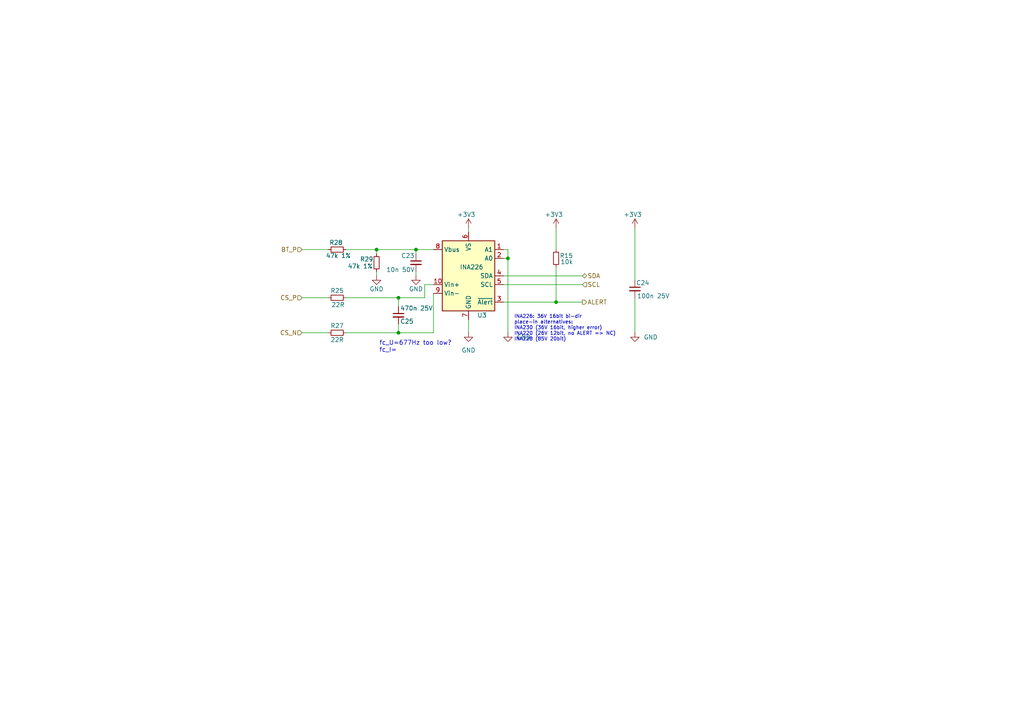
<source format=kicad_sch>
(kicad_sch (version 20250114) (generator "eeschema") (generator_version "9.0")
  (paper "A4")
  (lib_symbols
    (symbol "Device:C_Small" (pin_numbers (hide yes)) (pin_names (offset 0.254) (hide yes))
      (property "Reference" "C" (at 0.254 1.778 0))
      (property "Value" "C_Small" (at 0.254 -2.032 0))
      (symbol "C_Small_0_1"
        (polyline (pts (xy -1.524 0.508) (xy 1.524 0.508)) (stroke (width 0.3048)))
        (polyline (pts (xy -1.524 -0.508) (xy 1.524 -0.508)) (stroke (width 0.3302)))
      )
      (symbol "C_Small_1_1"
        (pin passive line (at 0 2.54 270) (length 2.032) (name "~") (number "1"))
        (pin passive line (at 0 -2.54 90) (length 2.032) (name "~") (number "2"))
      )
    )
    (symbol "Device:R_Small" (pin_numbers (hide yes)) (pin_names (offset 0.254) (hide yes))
      (property "Reference" "R" (at 0 0 90))
      (property "Value" "R_Small" (at 1.778 0 90))
      (symbol "R_Small_0_1"
        (rectangle (start -0.762 1.778) (end 0.762 -1.778) (stroke (width 0.2032)))
      )
      (symbol "R_Small_1_1"
        (pin passive line (at 0 2.54 270) (length 0.762) (name "~") (number "1"))
        (pin passive line (at 0 -2.54 90) (length 0.762) (name "~") (number "2"))
      )
    )
    (symbol "Sensor_Energy:INA226"
      (property "Reference" "U" (at -6.35 11.43 0))
      (property "Value" "INA226" (at 3.81 11.43 0))
      (symbol "INA226_0_1"
        (rectangle (start 7.62 10.16) (end -7.62 -10.16) (stroke (width 0.254)) (fill (type background)))
      )
      (symbol "INA226_1_1"
        (pin input line (at -10.16 7.62 0) (length 2.54) (name "Vbus") (number "8"))
        (pin input line (at -10.16 -2.54 0) (length 2.54) (name "Vin+") (number "10"))
        (pin input line (at -10.16 -5.08 0) (length 2.54) (name "Vin-") (number "9"))
        (pin power_in line (at 0 12.7 270) (length 2.54) (name "VS") (number "6"))
        (pin power_in line (at 0 -12.7 90) (length 2.54) (name "GND") (number "7"))
        (pin input line (at 10.16 7.62 180) (length 2.54) (name "A1") (number "1"))
        (pin input line (at 10.16 5.08 180) (length 2.54) (name "A0") (number "2"))
        (pin bidirectional line (at 10.16 0 180) (length 2.54) (name "SDA") (number "4"))
        (pin input line (at 10.16 -2.54 180) (length 2.54) (name "SCL") (number "5"))
        (pin open_collector line (at 10.16 -7.62 180) (length 2.54) (name "~{Alert}") (number "3"))
      )
    )
    (symbol "power:+3.3V" (power) (pin_names (offset 0))
      (property "Value" "+3.3V" (at 0 3.556 0))
      (symbol "+3.3V_0_1"
        (polyline (pts (xy -0.762 1.27) (xy 0 2.54)))
        (polyline (pts (xy 0 2.54) (xy 0.762 1.27)))
        (polyline (pts (xy 0 0) (xy 0 2.54)))
      )
      (symbol "+3.3V_1_1"
        (pin power_in line (at 0 0 90) (length 0) (hide yes) (name "+3.3V") (number "1"))
      )
    )
    (symbol "power:GND" (power) (pin_numbers (hide yes)) (pin_names (offset 0) (hide yes))
      (property "Value" "GND" (at 0 -3.81 0))
      (symbol "GND_0_1"
        (polyline (pts (xy 0 0) (xy 0 -1.27) (xy 1.27 -1.27) (xy 0 -2.54) (xy -1.27 -1.27) (xy 0 -1.27)))
      )
      (symbol "GND_1_1"
        (pin power_in line (at 0 0 270) (length 0) (name "~") (number "1"))
      )
    )
  )
  (text "INA226: 36V 16bit bi-dir\nplace-in alternatives:\nINA230 (36V 16bit, higher error)\nINA220 (26V 12bit, no ALERT => NC)\nINA228 (85V 20bit)\n" (at 149.098 99.06 0) (effects (font (size 1.016 1.016)) (justify left bottom)))
  (text "fc_U=677Hz too low?\nfc_I=" (at 109.982 102.362 0) (effects (font (size 1.27 1.27)) (justify left bottom)))
  (junction (at 109.22 72.39))
  (junction (at 115.57 96.52))
  (junction (at 120.65 72.39))
  (junction (at 115.57 86.36))
  (junction (at 161.29 87.63))
  (junction (at 147.32 74.93))
  (wire (pts (xy 184.15 66.04) (xy 184.15 81.28)))
  (wire (pts (xy 147.32 72.39) (xy 147.32 74.93)))
  (wire (pts (xy 161.29 77.47) (xy 161.29 87.63)))
  (wire (pts (xy 147.32 72.39) (xy 146.05 72.39)))
  (wire (pts (xy 125.73 96.52) (xy 125.73 85.09)))
  (wire (pts (xy 120.65 78.74) (xy 120.65 80.01)))
  (wire (pts (xy 123.19 82.55) (xy 123.19 86.36)))
  (wire (pts (xy 146.05 80.01) (xy 168.91 80.01)))
  (wire (pts (xy 100.33 72.39) (xy 109.22 72.39)))
  (wire (pts (xy 147.32 96.52) (xy 147.32 74.93)))
  (wire (pts (xy 87.63 96.52) (xy 95.25 96.52)))
  (wire (pts (xy 135.89 66.04) (xy 135.89 67.31)))
  (wire (pts (xy 146.05 87.63) (xy 161.29 87.63)))
  (wire (pts (xy 115.57 86.36) (xy 115.57 88.9)))
  (wire (pts (xy 115.57 86.36) (xy 100.33 86.36)))
  (wire (pts (xy 109.22 78.74) (xy 109.22 80.01)))
  (wire (pts (xy 147.32 74.93) (xy 146.05 74.93)))
  (wire (pts (xy 100.33 96.52) (xy 115.57 96.52)))
  (wire (pts (xy 120.65 72.39) (xy 125.73 72.39)))
  (wire (pts (xy 109.22 72.39) (xy 120.65 72.39)))
  (wire (pts (xy 115.57 96.52) (xy 125.73 96.52)))
  (wire (pts (xy 87.63 86.36) (xy 95.25 86.36)))
  (wire (pts (xy 161.29 66.04) (xy 161.29 72.39)))
  (wire (pts (xy 161.29 87.63) (xy 168.91 87.63)))
  (wire (pts (xy 115.57 93.98) (xy 115.57 96.52)))
  (wire (pts (xy 123.19 82.55) (xy 125.73 82.55)))
  (wire (pts (xy 87.63 72.39) (xy 95.25 72.39)))
  (wire (pts (xy 146.05 82.55) (xy 168.91 82.55)))
  (wire (pts (xy 184.15 86.36) (xy 184.15 96.52)))
  (wire (pts (xy 109.22 73.66) (xy 109.22 72.39)))
  (wire (pts (xy 123.19 86.36) (xy 115.57 86.36)))
  (wire (pts (xy 120.65 73.66) (xy 120.65 72.39)))
  (wire (pts (xy 135.89 96.52) (xy 135.89 92.71)))
  (hierarchical_label "ALERT" (shape output) (at 168.91 87.63 0))
  (hierarchical_label "CS_N" (shape input) (at 87.63 96.52 180))
  (hierarchical_label "SCL" (shape input) (at 168.91 82.55 0))
  (hierarchical_label "CS_P" (shape input) (at 87.63 86.36 180))
  (hierarchical_label "BT_P" (shape input) (at 87.63 72.39 180))
  (hierarchical_label "SDA" (shape bidirectional) (at 168.91 80.01 0))
  (symbol (lib_id "power:GND") (at 120.65 80.01 0) (unit 1)
    (property "Reference" "#PWR049" (effects (hide yes)))
    (property "Value" "GND" (at 120.65 83.82 0))
    (property "Description" "Power symbol creates a global label with name \"GND\" , ground" (effects (hide yes)))
  )
  (symbol (lib_id "Device:R_Small") (at 97.79 86.36 270) (unit 1)
    (property "Reference" "R25" (at 97.79 84.328 90))
    (property "Value" "22R" (at 98.044 88.392 90))
    (property "Footprint" "Resistor_SMD:R_0805_2012Metric" (effects (hide yes)))
    (property "Description" "Resistor, small symbol" (effects (hide yes)))
    (property "MPN" "22" (effects (hide yes)))
    (property "Desc" "CS_FILT" (effects (hide yes)))
  )
  (symbol (lib_id "Device:R_Small") (at 97.79 96.52 270) (unit 1)
    (property "Reference" "R27" (at 97.79 94.488 90))
    (property "Value" "22R" (at 97.79 98.552 90))
    (property "Footprint" "Resistor_SMD:R_0805_2012Metric" (effects (hide yes)))
    (property "Description" "Resistor, small symbol" (effects (hide yes)))
    (property "MPN" "22" (effects (hide yes)))
    (property "Desc" "CS_FILT" (effects (hide yes)))
  )
  (symbol (lib_id "Device:R_Small") (at 161.29 74.93 180) (unit 1)
    (property "Reference" "R15" (at 162.306 74.168 0) (effects (justify right)))
    (property "Value" "10k" (at 162.56 75.946 0) (effects (justify right)))
    (property "Footprint" "Resistor_SMD:R_0805_2012Metric" (effects (hide yes)))
    (property "Description" "Resistor, small symbol" (effects (hide yes)))
    (property "MPN" "10k" (effects (hide yes)))
  )
  (symbol (lib_id "power:+3.3V") (at 135.89 66.04 0) (unit 1)
    (property "Reference" "#PWR023" (effects (hide yes)))
    (property "Value" "+3V3" (at 132.588 62.23 0) (effects (justify left)))
  )
  (symbol (lib_id "Device:C_Small") (at 115.57 91.44 0) (unit 1)
    (property "Reference" "C25" (at 116.078 93.218 0) (effects (justify left)))
    (property "Value" "470n 25V" (at 116.078 89.408 0) (effects (justify left)))
    (property "Footprint" "Capacitor_SMD:C_0805_2012Metric" (effects (hide yes)))
    (property "MPN" "470nF, 25V" (effects (hide yes)))
    (property "Desc" "CS_Filt" (effects (hide yes)))
  )
  (symbol (lib_id "Device:R_Small") (at 109.22 76.2 180) (unit 1)
    (property "Reference" "R29" (at 104.394 75.184 0) (effects (justify right)))
    (property "Value" "47k 1%" (at 100.838 77.216 0) (effects (justify right)))
    (property "Footprint" "Resistor_SMD:R_0805_2012Metric" (effects (hide yes)))
    (property "Description" "Resistor, small symbol" (effects (hide yes)))
    (property "MPN" "47k 1%" (effects (hide yes)))
  )
  (symbol (lib_id "Device:C_Small") (at 120.65 76.2 0) (unit 1)
    (property "Reference" "C23" (at 116.332 74.168 0) (effects (justify left)))
    (property "Value" "10n 50V" (at 112.014 78.232 0) (effects (justify left)))
    (property "Footprint" "Capacitor_SMD:C_0805_2012Metric" (effects (hide yes)))
    (property "MPN" "10nF, 50V" (effects (hide yes)))
    (property "Desc" "VS_Filt" (effects (hide yes)))
  )
  (symbol (lib_id "power:GND") (at 147.32 96.52 0) (unit 1)
    (property "Reference" "#PWR07" (effects (hide yes)))
    (property "Value" "GND" (at 149.86 97.79 0) (effects (justify left)))
    (property "Description" "Power symbol creates a global label with name \"GND\" , ground" (effects (hide yes)))
  )
  (symbol (lib_id "Device:C_Small") (at 184.15 83.82 0) (unit 1)
    (property "Reference" "C24" (at 186.436 82.042 0))
    (property "Value" "100n 25V" (at 189.484 85.852 0))
    (property "Footprint" "Capacitor_SMD:C_0805_2012Metric" (effects (hide yes)))
    (property "Datasheet" "CL21F104ZBCNNNC" (effects (hide yes)))
    (property "MPN" "100nF, 25V" (effects (hide yes)))
    (property "Desc" "bypass" (effects (hide yes)))
  )
  (symbol (lib_id "power:GND") (at 184.15 96.52 0) (unit 1)
    (property "Reference" "#PWR047" (effects (hide yes)))
    (property "Value" "GND" (at 186.69 97.79 0) (effects (justify left)))
    (property "Description" "Power symbol creates a global label with name \"GND\" , ground" (effects (hide yes)))
  )
  (symbol (lib_id "Sensor_Energy:INA226") (at 135.89 80.01 0) (unit 1)
    (property "Reference" "U3" (at 138.43 91.44 0) (effects (justify left)))
    (property "Value" "INA226" (at 133.35 77.47 0) (effects (justify left)))
    (property "Footprint" "Package_SO:VSSOP-10_3x3mm_P0.5mm" (effects (hide yes)))
    (property "Datasheet" "http://www.ti.com/lit/ds/symlink/ina226.pdf" (effects (hide yes)))
    (property "MPN" "INA226AIDGSR" (effects (hide yes)))
  )
  (symbol (lib_id "Device:R_Small") (at 97.79 72.39 270) (unit 1)
    (property "Reference" "R28" (at 95.504 70.358 90) (effects (justify left)))
    (property "Value" "47k 1%" (at 94.488 74.168 90) (effects (justify left)))
    (property "Footprint" "Resistor_SMD:R_0805_2012Metric" (effects (hide yes)))
    (property "Description" "Resistor, small symbol" (effects (hide yes)))
    (property "MPN" "47k 1%" (effects (hide yes)))
  )
  (symbol (lib_id "power:+3.3V") (at 184.15 66.04 0) (unit 1)
    (property "Reference" "#PWR046" (effects (hide yes)))
    (property "Value" "+3V3" (at 180.848 62.23 0) (effects (justify left)))
  )
  (symbol (lib_id "power:GND") (at 135.89 96.52 0) (unit 1)
    (property "Reference" "#PWR01" (effects (hide yes)))
    (property "Value" "GND" (at 135.89 101.6 0))
    (property "Description" "Power symbol creates a global label with name \"GND\" , ground" (effects (hide yes)))
  )
  (symbol (lib_id "power:GND") (at 109.22 80.01 0) (unit 1)
    (property "Reference" "#PWR048" (effects (hide yes)))
    (property "Value" "GND" (at 109.22 83.82 0))
    (property "Description" "Power symbol creates a global label with name \"GND\" , ground" (effects (hide yes)))
  )
  (symbol (lib_id "power:+3.3V") (at 161.29 66.04 0) (unit 1)
    (property "Reference" "#PWR031" (effects (hide yes)))
    (property "Value" "+3V3" (at 157.988 62.23 0) (effects (justify left)))
  )
)
</source>
